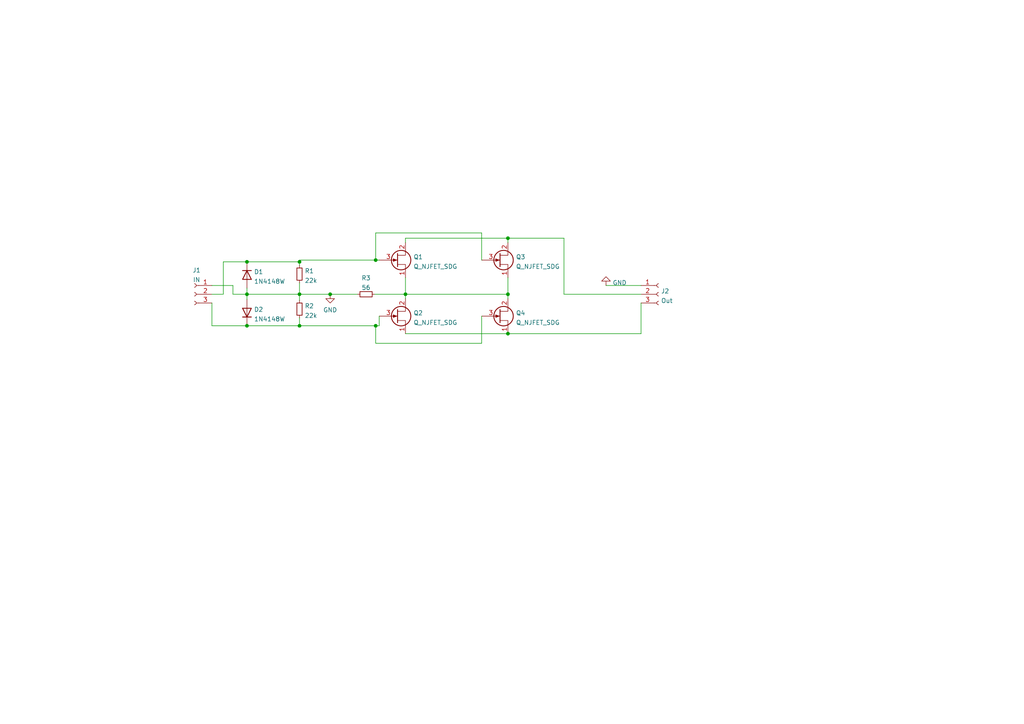
<source format=kicad_sch>
(kicad_sch (version 20211123) (generator eeschema)
  (paper "A4")
  (lib_symbols
    (symbol "Connector:Conn_01x03_Female" (pin_names (offset 1.016) hide)
      (property "Reference" "J" (at 0 5.08 0))
      (property "Value" "Conn_01x03_Female" (at 0 -5.08 0))
      (symbol "Conn_01x03_Female_1_1"
        (arc (start 0 -2.032) (mid -0.508 -2.54) (end 0 -3.048) (stroke (width 0.1524)))
        (polyline (pts (xy -1.27 -2.54) (xy -0.508 -2.54)) (stroke (width 0.1524)))
        (polyline (pts (xy -1.27 0) (xy -0.508 0)) (stroke (width 0.1524)))
        (polyline (pts (xy -1.27 2.54) (xy -0.508 2.54)) (stroke (width 0.1524)))
        (arc (start 0 0.508) (mid -0.508 0) (end 0 -0.508) (stroke (width 0.1524)))
        (arc (start 0 3.048) (mid -0.508 2.54) (end 0 2.032) (stroke (width 0.1524)))
        (pin passive line (at -5.08 2.54 0) (length 3.81) (name "Pin_1") (number "1"))
        (pin passive line (at -5.08 0 0) (length 3.81) (name "Pin_2") (number "2"))
        (pin passive line (at -5.08 -2.54 0) (length 3.81) (name "Pin_3") (number "3"))
      )
    )
    (symbol "Device:Q_NJFET_SDG" (pin_names (offset 0) hide)
      (property "Reference" "Q" (at 5.08 1.27 0))
      (property "Value" "Q_NJFET_SDG" (at 5.08 -1.27 0))
      (symbol "Q_NJFET_SDG_0_1"
        (polyline (pts (xy 0.254 1.905) (xy 0.254 -1.905) (xy 0.254 -1.905)) (stroke (width 0.254)))
        (polyline (pts (xy 2.54 -2.54) (xy 2.54 -1.27) (xy 0.254 -1.27)))
        (polyline (pts (xy 2.54 2.54) (xy 2.54 1.397) (xy 0.254 1.397)))
        (polyline (pts (xy 0 0) (xy -1.016 0.381) (xy -1.016 -0.381) (xy 0 0)) (fill (type outline)))
        (circle (center 1.27 0) (radius 2.8194) (stroke (width 0.254)))
      )
      (symbol "Q_NJFET_SDG_1_1"
        (pin passive line (at 2.54 -5.08 90) (length 2.54) (name "S") (number "1"))
        (pin passive line (at 2.54 5.08 270) (length 2.54) (name "D") (number "2"))
        (pin input line (at -5.08 0 0) (length 5.334) (name "G") (number "3"))
      )
    )
    (symbol "Device:R_Small" (pin_numbers hide) (pin_names (offset 0.254) hide)
      (property "Reference" "R" (at 0.762 0.508 0))
      (property "Value" "R_Small" (at 0.762 -1.016 0))
      (symbol "R_Small_0_1"
        (rectangle (start -0.762 1.778) (end 0.762 -1.778) (stroke (width 0.2032)))
      )
      (symbol "R_Small_1_1"
        (pin passive line (at 0 2.54 270) (length 0.762) (name "~") (number "1"))
        (pin passive line (at 0 -2.54 90) (length 0.762) (name "~") (number "2"))
      )
    )
    (symbol "Diode:1N4148W" (pin_numbers hide) (pin_names (offset 1.016) hide)
      (property "Reference" "D" (at 0 2.54 0))
      (property "Value" "1N4148W" (at 0 -2.54 0))
      (symbol "1N4148W_0_1"
        (polyline (pts (xy -1.27 1.27) (xy -1.27 -1.27)) (stroke (width 0.254)))
        (polyline (pts (xy 1.27 0) (xy -1.27 0)))
        (polyline (pts (xy 1.27 1.27) (xy 1.27 -1.27) (xy -1.27 0) (xy 1.27 1.27)) (stroke (width 0.254)))
      )
      (symbol "1N4148W_1_1"
        (pin passive line (at -3.81 0 0) (length 2.54) (name "K") (number "1"))
        (pin passive line (at 3.81 0 180) (length 2.54) (name "A") (number "2"))
      )
    )
    (symbol "power:GND" (power) (pin_names (offset 0))
      (property "Value" "GND" (at 0 -3.81 0))
      (symbol "GND_0_1"
        (polyline (pts (xy 0 0) (xy 0 -1.27) (xy 1.27 -1.27) (xy 0 -2.54) (xy -1.27 -1.27) (xy 0 -1.27)))
      )
      (symbol "GND_1_1"
        (pin power_in line (at 0 0 270) (length 0) hide (name "GND") (number "1"))
      )
    )
  )
  (junction (at 86.868 85.344))
  (junction (at 86.868 75.946))
  (junction (at 108.966 94.488))
  (junction (at 95.758 85.344))
  (junction (at 147.32 85.344))
  (junction (at 71.628 94.488))
  (junction (at 117.602 85.344))
  (junction (at 86.868 94.488))
  (junction (at 147.32 96.774))
  (junction (at 71.628 75.946))
  (junction (at 108.966 75.438))
  (junction (at 71.628 85.344))
  (junction (at 147.32 69.088))
  (wire (pts (xy 71.628 94.488) (xy 86.868 94.488)))
  (wire (pts (xy 86.868 75.946) (xy 86.868 76.962)))
  (wire (pts (xy 64.77 75.946) (xy 71.628 75.946)))
  (wire (pts (xy 67.564 82.804) (xy 67.564 85.344)))
  (wire (pts (xy 108.966 99.568) (xy 108.966 94.488)))
  (wire (pts (xy 108.966 75.438) (xy 86.868 75.438)))
  (wire (pts (xy 61.468 85.344) (xy 64.77 85.344)))
  (wire (pts (xy 86.868 94.488) (xy 86.868 92.202)))
  (wire (pts (xy 139.7 67.564) (xy 108.966 67.564)))
  (wire (pts (xy 71.628 85.344) (xy 71.628 86.868)))
  (wire (pts (xy 117.602 69.088) (xy 147.32 69.088)))
  (wire (pts (xy 139.7 99.568) (xy 108.966 99.568)))
  (wire (pts (xy 95.758 85.344) (xy 103.632 85.344)))
  (wire (pts (xy 64.77 85.344) (xy 64.77 75.946)))
  (wire (pts (xy 71.628 75.946) (xy 86.868 75.946)))
  (wire (pts (xy 67.564 85.344) (xy 71.628 85.344)))
  (wire (pts (xy 139.7 91.694) (xy 139.7 99.568)))
  (wire (pts (xy 61.468 82.804) (xy 67.564 82.804)))
  (wire (pts (xy 117.602 85.344) (xy 147.32 85.344)))
  (wire (pts (xy 61.468 87.884) (xy 61.468 94.488)))
  (wire (pts (xy 185.928 87.884) (xy 185.928 96.774)))
  (wire (pts (xy 109.982 94.488) (xy 108.966 94.488)))
  (wire (pts (xy 117.602 96.774) (xy 147.32 96.774)))
  (wire (pts (xy 185.928 96.774) (xy 147.32 96.774)))
  (wire (pts (xy 185.928 85.344) (xy 163.576 85.344)))
  (wire (pts (xy 117.602 70.358) (xy 117.602 69.088)))
  (wire (pts (xy 86.868 82.042) (xy 86.868 85.344)))
  (wire (pts (xy 117.602 85.344) (xy 117.602 86.614)))
  (wire (pts (xy 61.468 94.488) (xy 71.628 94.488)))
  (wire (pts (xy 108.966 94.488) (xy 86.868 94.488)))
  (wire (pts (xy 109.982 91.694) (xy 109.982 94.488)))
  (wire (pts (xy 86.868 85.344) (xy 95.758 85.344)))
  (wire (pts (xy 147.32 80.518) (xy 147.32 85.344)))
  (wire (pts (xy 147.32 86.614) (xy 147.32 85.344)))
  (wire (pts (xy 117.602 85.344) (xy 117.602 80.518)))
  (wire (pts (xy 86.868 75.438) (xy 86.868 75.946)))
  (wire (pts (xy 86.868 85.344) (xy 86.868 87.122)))
  (wire (pts (xy 175.768 82.804) (xy 185.928 82.804)))
  (wire (pts (xy 139.7 75.438) (xy 139.7 67.564)))
  (wire (pts (xy 163.576 85.344) (xy 163.576 69.088)))
  (wire (pts (xy 71.628 83.566) (xy 71.628 85.344)))
  (wire (pts (xy 147.32 69.088) (xy 147.32 70.358)))
  (wire (pts (xy 109.982 75.438) (xy 108.966 75.438)))
  (wire (pts (xy 71.628 85.344) (xy 86.868 85.344)))
  (wire (pts (xy 163.576 69.088) (xy 147.32 69.088)))
  (wire (pts (xy 108.712 85.344) (xy 117.602 85.344)))
  (wire (pts (xy 108.966 67.564) (xy 108.966 75.438)))
  (symbol (lib_id "Diode:1N4148W") (at 71.628 90.678 90) (unit 1)
    (property "Reference" "D2" (at 73.66 89.7695 90) (effects (justify right)))
    (property "Value" "1N4148W" (at 73.66 92.5446 90) (effects (justify right)))
    (property "Footprint" "Diode_SMD:D_SOD-123" (effects hide))
    (property "Datasheet" "https://www.vishay.com/docs/85748/1n4148w.pdf" (effects hide))
  )
  (symbol (lib_id "Connector:Conn_01x03_Female") (at 191.008 85.344 0) (unit 1)
    (property "Reference" "J2" (at 191.7192 84.4355 0) (effects (justify left)))
    (property "Value" "Out" (at 191.7192 87.2106 0) (effects (justify left)))
    (property "Footprint" "Connector_Wire:SolderWire-1.5sqmm_1x03_P6mm_D1.7mm_OD3mm" (effects hide))
  )
  (symbol (lib_id "Device:Q_NJFET_SDG") (at 115.062 75.438 0) (unit 1)
    (property "Reference" "Q1" (at 119.9134 74.5295 0) (effects (justify left)))
    (property "Value" "Q_NJFET_SDG" (at 119.9134 77.3046 0) (effects (justify left)))
    (property "Footprint" "Package_TO_SOT_SMD:SC-59" (effects hide))
  )
  (symbol (lib_id "Device:R_Small") (at 86.868 79.502 0) (unit 1)
    (property "Reference" "R1" (at 88.3666 78.5935 0) (effects (justify left)))
    (property "Value" "22k" (at 88.3666 81.3686 0) (effects (justify left)))
    (property "Footprint" "Resistor_SMD:R_1020_2550Metric" (effects hide))
  )
  (symbol (lib_id "Device:R_Small") (at 106.172 85.344 90) (unit 1)
    (property "Reference" "R3" (at 106.172 80.6409 90))
    (property "Value" "56" (at 106.172 83.416 90))
    (property "Footprint" "Resistor_SMD:R_1020_2550Metric" (effects hide))
  )
  (symbol (lib_id "Device:Q_NJFET_SDG") (at 144.78 75.438 0) (unit 1)
    (property "Reference" "Q3" (at 149.6314 74.5295 0) (effects (justify left)))
    (property "Value" "Q_NJFET_SDG" (at 149.6314 77.3046 0) (effects (justify left)))
    (property "Footprint" "Package_TO_SOT_SMD:SC-59" (effects hide))
  )
  (symbol (lib_id "Device:R_Small") (at 86.868 89.662 0) (unit 1)
    (property "Reference" "R2" (at 88.3666 88.7535 0) (effects (justify left)))
    (property "Value" "22k" (at 88.3666 91.5286 0) (effects (justify left)))
    (property "Footprint" "Resistor_SMD:R_1020_2550Metric" (effects hide))
  )
  (symbol (lib_id "Diode:1N4148W") (at 71.628 79.756 270) (unit 1)
    (property "Reference" "D1" (at 73.66 78.8475 90) (effects (justify left)))
    (property "Value" "1N4148W" (at 73.66 81.6226 90) (effects (justify left)))
    (property "Footprint" "Diode_SMD:D_SOD-123" (effects hide))
    (property "Datasheet" "https://www.vishay.com/docs/85748/1n4148w.pdf" (effects hide))
  )
  (symbol (lib_id "power:GND") (at 95.758 85.344 0) (unit 1)
    (property "Reference" "#PWR0101" (effects hide))
    (property "Value" "GND" (at 95.758 89.9065 0))
  )
  (symbol (lib_id "Device:Q_NJFET_SDG") (at 144.78 91.694 0) (unit 1)
    (property "Reference" "Q4" (at 149.6314 90.7855 0) (effects (justify left)))
    (property "Value" "Q_NJFET_SDG" (at 149.6314 93.5606 0) (effects (justify left)))
    (property "Footprint" "Package_TO_SOT_SMD:SC-59" (effects hide))
  )
  (symbol (lib_id "power:GND") (at 175.768 82.804 180) (unit 1)
    (property "Reference" "#PWR0102" (effects hide))
    (property "Value" "GND" (at 177.673 82.013 0) (effects (justify right)))
  )
  (symbol (lib_id "Device:Q_NJFET_SDG") (at 115.062 91.694 0) (unit 1)
    (property "Reference" "Q2" (at 119.9134 90.7855 0) (effects (justify left)))
    (property "Value" "Q_NJFET_SDG" (at 119.9134 93.5606 0) (effects (justify left)))
    (property "Footprint" "Package_TO_SOT_SMD:SC-59" (effects hide))
  )
  (symbol (lib_id "Connector:Conn_01x03_Female") (at 56.388 85.344 0) (mirror y) (unit 1)
    (property "Reference" "J1" (at 57.023 78.3803 0))
    (property "Value" "IN" (at 57.023 81.1554 0))
    (property "Footprint" "Connector_Wire:SolderWire-1.5sqmm_1x03_P6mm_D1.7mm_OD3mm" (effects hide))
  )
)
</source>
